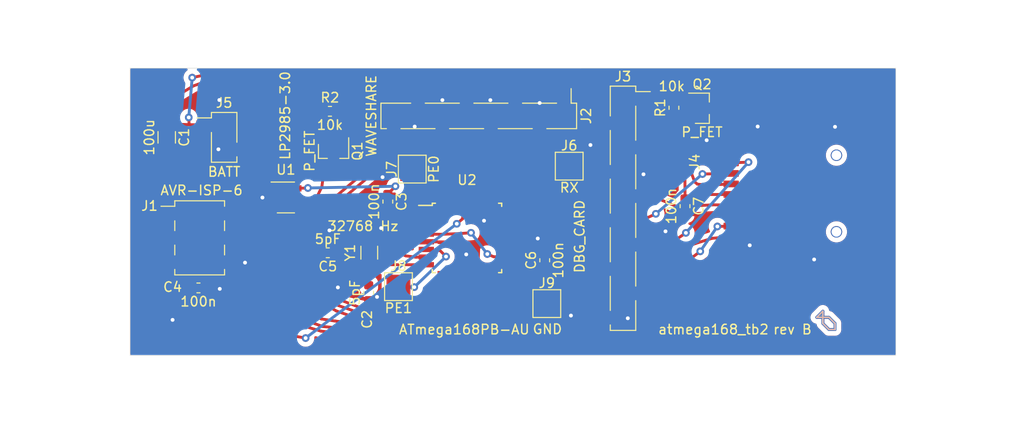
<source format=kicad_pcb>
(kicad_pcb (version 20221018) (generator pcbnew)
  (layers (0 "F.Cu" signal) (31 "B.Cu" signal) (34 "B.Paste" user) (35 "F.Paste" user) (36 "B.SilkS" user "B.Silkscreen") (37 "F.SilkS" user "F.Silkscreen") (38 "B.Mask" user) (39 "F.Mask" user) (44 "Edge.Cuts" user))
  (net 0 "")
  (net 1 "+BATT")
  (net 2 "GND")
  (net 3 "Net-(C2-Pad1)")
  (net 4 "RST")
  (net 5 "Net-(C5-Pad1)")
  (net 6 "CARD_VDD")
  (net 7 "MISO")
  (net 8 "+5V")
  (net 9 "SCK")
  (net 10 "MOSI")
  (net 11 "Net-(U1-Pad4)")
  (net 12 "PCS")
  (net 13 "PCLK")
  (net 14 "PDI")
  (net 15 "PPWRCTRL")
  (net 16 "Net-(U2-Pad12)")
  (net 17 "Net-(U2-Pad13)")
  (net 18 "CARD_DET")
  (net 19 "Net-(U2-Pad20)")
  (net 20 "CARDPWR")
  (net 21 "CARDDAT0_DO")
  (net 22 "CARDDAT1")
  (net 23 "D2")
  (net 24 "D3CS")
  (net 25 "CARDCLK")
  (net 26 "CMDDI")
  (net 27 "P_BUSY")
  (net 28 "PRST")
  (net 29 "PDC")
  (net 30 "PPWR")
  (net 31 "RX")
  (net 32 "PE0")
  (net 33 "PE1")
  (footprint "Capacitor_SMD:C_0603_1608Metric" (layer "F.Cu") (at 53.7725 45.56)
    (fp_text reference "C4")
    (fp_text value "100n")
  )
  (footprint "Capacitor_SMD:C_1206_3216Metric" (layer "F.Cu") (at 50.46 29.83 -90)
    (fp_text reference "C1")
    (fp_text value "100u")
  )
  (footprint "Capacitor_SMD:C_0603_1608Metric" (layer "F.Cu") (at 71.56 46.07 -90)
    (fp_text reference "C2")
    (fp_text value "5pF")
  )
  (footprint "Capacitor_SMD:C_0603_1608Metric" (layer "F.Cu") (at 73.56 36.5425 -90)
    (fp_text reference "C3")
    (fp_text value "100n")
  )
  (footprint "Capacitor_SMD:C_0603_1608Metric" (layer "F.Cu") (at 67.2875 41.89 180)
    (fp_text reference "C5")
    (fp_text value "5pF")
  )
  (footprint "Capacitor_SMD:C_0603_1608Metric" (layer "F.Cu") (at 89.95 42.67 90)
    (fp_text reference "C6")
    (fp_text value "100n")
  )
  (footprint "Capacitor_SMD:C_0603_1608Metric" (layer "F.Cu") (at 104.61 37.0175 -90)
    (fp_text reference "C7")
    (fp_text value "100n")
  )
  (footprint "Connector_PinHeader_2.54mm:PinHeader_2x03_P2.54mm_Vertical_SMD" (layer "F.Cu") (at 53.9 40.33)
    (fp_text reference "J1")
    (fp_text value "AVR-ISP-6")
  )
  (footprint "Package_TO_SOT_SMD:SOT-23-5" (layer "F.Cu") (at 62.91 36.11)
    (fp_text reference "U1")
    (fp_text value "LP2985-3.0")
  )
  (footprint "Package_QFP:TQFP-32_7x7mm_P0.8mm" (layer "F.Cu") (at 81.83 40.34)
    (fp_text reference "U2")
    (fp_text value "ATmega168PB-AU")
  )
  (footprint "Crystal:Crystal_SMD_3215-2Pin_3.2x1.5mm" (layer "F.Cu") (at 71.62 41.88 90)
    (fp_text reference "Y1")
    (fp_text value "32768 Hz")
  )
  (footprint "Connector_PinHeader_2.54mm:PinHeader_1x08_P2.54mm_Vertical_SMD_Pin1Left" (layer "F.Cu") (at 83.06 27.59 -90)
    (fp_text reference "J2")
    (fp_text value "WAVESHARE")
  )
  (footprint "Connector_PinHeader_2.54mm:PinHeader_1x10_P2.54mm_Vertical_SMD_Pin1Right" (layer "F.Cu") (at 98.13 37.24)
    (fp_text reference "J3")
    (fp_text value "DBG_CARD")
  )
  (footprint "Package_TO_SOT_SMD:SOT-23" (layer "F.Cu") (at 106.39 26.79)
    (fp_text reference "Q2")
    (fp_text value "P_FET")
  )
  (footprint "Resistor_SMD:R_0603_1608Metric" (layer "F.Cu") (at 103.45 26.74 90)
    (fp_text reference "R1")
    (fp_text value "10k")
  )
  (footprint "Resistor_SMD:R_0603_1608Metric" (layer "F.Cu") (at 67.5125 27.11)
    (fp_text reference "R2")
    (fp_text value "10k")
  )
  (footprint "MicroSD-HYC77-TF09-200:MicroSD-HYC77-TF09-200" (layer "F.Cu") (at 120.43 41.9 90)
    (fp_text reference "J4")
    (fp_text value "Micro_SD_Card_Det")
  )
  (footprint "Package_TO_SOT_SMD:SOT-23" (layer "F.Cu") (at 67.89 31.27 -90)
    (fp_text reference "Q1")
    (fp_text value "P_FET")
  )
  (footprint "Connector_PinHeader_2.54mm:PinHeader_1x02_P2.54mm_Vertical_SMD_Pin1Left" (layer "F.Cu") (at 56.46 29.83)
    (fp_text reference "J5")
    (fp_text value "BATT")
  )
  (footprint "TestPoint:TestPoint_Pad_2.5x2.5mm" (layer "F.Cu") (at 76.11 33.15 90)
    (fp_text reference "J7")
    (fp_text value "PE0")
  )
  (footprint "TestPoint:TestPoint_Pad_2.5x2.5mm" (layer "F.Cu") (at 74.67 45.43)
    (fp_text reference "J8")
    (fp_text value "PE1")
  )
  (footprint "TestPoint:TestPoint_Pad_2.5x2.5mm" (layer "F.Cu") (at 90.17 47.2)
    (fp_text reference "J9")
    (fp_text value "GND")
  )
  (footprint "TestPoint:TestPoint_Pad_2.5x2.5mm" (layer "F.Cu") (at 92.51 32.84)
    (fp_text reference "J6")
    (fp_text value "RX")
  )
  (gr_line (start 119.645 48.635) (end 118.375 48.635) (stroke (width 0.12)) (layer "B.SilkS"))
  (gr_line (start 119.01 49.27) (end 119.645 49.905) (stroke (width 0.12)) (layer "B.SilkS"))
  (gr_line (start 118.375 48.635) (end 119.01 48) (stroke (width 0.12)) (layer "B.SilkS"))
  (gr_line (start 119.01 48) (end 119.01 49.27) (stroke (width 0.12)) (layer "B.SilkS"))
  (gr_line (start 119.645 49.905) (end 120.28 49.905) (stroke (width 0.12)) (layer "B.SilkS"))
  (gr_line (start 120.28 49.905) (end 120.28 49.27) (stroke (width 0.12)) (layer "B.SilkS"))
  (gr_line (start 120.28 49.27) (end 119.645 48.635) (stroke (width 0.12)) (layer "B.SilkS"))
  (gr_line (start 119.645 48.635) (end 118.375 48.635) (stroke (width 0.12)) (layer "F.SilkS"))
  (gr_line (start 120.28 49.905) (end 120.28 49.27) (stroke (width 0.12)) (layer "F.SilkS"))
  (gr_line (start 119.01 49.27) (end 119.645 49.905) (stroke (width 0.12)) (layer "F.SilkS"))
  (gr_line (start 118.375 48.635) (end 119.01 48) (stroke (width 0.12)) (layer "F.SilkS"))
  (gr_line (start 119.645 49.905) (end 120.28 49.905) (stroke (width 0.12)) (layer "F.SilkS"))
  (gr_line (start 120.28 49.27) (end 119.645 48.635) (stroke (width 0.12)) (layer "F.SilkS"))
  (gr_line (start 119.01 48) (end 119.01 49.27) (stroke (width 0.12)) (layer "F.SilkS"))
  (gr_line (start 126.63 22.6) (end 46.63 22.6) (stroke (width 0.05)) (layer "Edge.Cuts"))
  (gr_line (start 46.63 52.6) (end 126.63 52.6) (stroke (width 0.05)) (layer "Edge.Cuts"))
  (gr_line (start 126.63 52.6) (end 126.63 22.6) (stroke (width 0.05)) (layer "Edge.Cuts"))
  (gr_line (start 46.63 22.6) (end 46.63 52.6) (stroke (width 0.05)) (layer "Edge.Cuts"))
  (gr_text "rev B" (at 115.835 49.905) (layer "F.SilkS") (effects (font (size 1 1))))
  (gr_text "atmega168_tb2" (at 107.58 49.905) (layer "F.SilkS") (effects (font (size 1 1))))
  (segment (start 119.645 49.905) (end 119.01 49.27) (width 0.3) (layer "F.Cu") (net 0))
  (segment (start 119.645 48.635) (end 120.28 49.27) (width 0.3) (layer "F.Cu") (net 0))
  (segment (start 119.01 48) (end 118.375 48.635) (width 0.3) (layer "F.Cu") (net 0))
  (segment (start 120.28 49.27) (end 120.28 49.905) (width 0.3) (layer "F.Cu") (net 0))
  (segment (start 119.01 49.27) (end 119.01 48) (width 0.3) (layer "F.Cu") (net 0))
  (segment (start 120.28 49.905) (end 119.645 49.905) (width 0.3) (layer "F.Cu") (net 0))
  (segment (start 118.375 48.635) (end 119.645 48.635) (width 0.3) (layer "F.Cu") (net 0))
  (segment (start 119.01 49.27) (end 119.645 49.905) (width 0.3) (layer "B.Cu") (net 0))
  (segment (start 119.01 48) (end 119.01 49.27) (width 0.3) (layer "B.Cu") (net 0))
  (segment (start 120.28 49.27) (end 119.645 48.635) (width 0.3) (layer "B.Cu") (net 0))
  (segment (start 120.28 49.905) (end 120.28 49.27) (width 0.3) (layer "B.Cu") (net 0))
  (segment (start 119.645 48.635) (end 118.375 48.635) (width 0.3) (layer "B.Cu") (net 0))
  (segment (start 118.375 48.635) (end 119.01 48) (width 0.3) (layer "B.Cu") (net 0))
  (segment (start 119.645 49.905) (end 120.28 49.905) (width 0.3) (layer "B.Cu") (net 0))
  (segment (start 65.59 30.48) (end 65.03 31.07) (width 0.3) (layer "F.Cu") (net 1))
  (segment (start 95.44 25.74) (end 94.92 25.18) (width 0.3) (layer "F.Cu") (net 1))
  (segment (start 87.33 42.31) (end 87.88 42.37) (width 0.3) (layer "F.Cu") (net 1))
  (segment (start 54.94 23.2) (end 53.12 23.59) (width 0.3) (layer "F.Cu") (net 1))
  (segment (start 101.95 26.88) (end 102.85 27.53) (width 0.3) (layer "F.Cu") (net 1))
  (segment (start 52.76 27.75) (end 52.799988 28.500012) (width 0.3) (layer "F.Cu") (net 1))
  (segment (start 63.77 30.44) (end 65.03 31.07) (width 0.3) (layer "F.Cu") (net 1))
  (segment (start 92.64 23.16) (end 55.8 23.03) (width 0.3) (layer "F.Cu") (net 1))
  (segment (start 64.18 33.32) (end 64.06 34.4) (width 0.3) (layer "F.Cu") (net 1))
  (segment (start 64.25 32.92) (end 64.18 33.32) (width 0.3) (layer "F.Cu") (net 1))
  (segment (start 73.56 35.755) (end 74.26 35.75) (width 0.3) (layer "F.Cu") (net 1))
  (segment (start 99.785 25.81) (end 96.89 25.8) (width 0.3) (layer "F.Cu") (net 1))
  (segment (start 58.54 28.67) (end 60.36 28.88) (width 0.3) (layer "F.Cu") (net 1))
  (segment (start 89.36 43.53) (end 89.95 43.4575) (width 0.3) (layer "F.Cu") (net 1))
  (segment (start 64.06 34.4) (end 64.01 35.16) (width 0.3) (layer "F.Cu") (net 1))
  (segment (start 87.88 42.37) (end 88.34 42.69) (width 0.3) (layer "F.Cu") (net 1))
  (segment (start 93.96 24.12) (end 93.43 23.43) (width 0.3) (layer "F.Cu") (net 1))
  (segment (start 88.78 43.09) (end 89.08 43.41) (width 0.3) (layer "F.Cu") (net 1))
  (segment (start 77.58 39.94) (end 79.19 39.96) (width 0.3) (layer "F.Cu") (net 1))
  (segment (start 83.95 42.02) (end 84.6 42.3) (width 0.3) (layer "F.Cu") (net 1))
  (segment (start 61.64 29.39) (end 63.77 30.44) (width 0.3) (layer "F.Cu") (net 1))
  (segment (start 50.46 28.43) (end 52.799988 28.500012) (width 0.3) (layer "F.Cu") (net 1))
  (segment (start 79.19 39.96) (end 81.11 39.88) (width 0.3) (layer "F.Cu") (net 1))
  (segment (start 89.08 43.41) (end 89.36 43.53) (width 0.3) (layer "F.Cu") (net 1))
  (segment (start 94.92 25.18) (end 93.96 24.12) (width 0.3) (layer "F.Cu") (net 1))
  (segment (start 74.26 35.75) (end 74.63 36.12) (width 0.3) (layer "F.Cu") (net 1))
  (segment (start 96.89 25.8) (end 95.44 25.74) (width 0.3) (layer "F.Cu") (net 1))
  (segment (start 102.85 27.53) (end 103.45 27.5275) (width 0.3) (layer "F.Cu") (net 1))
  (segment (start 101 26.2) (end 101.95 26.88) (width 0.3) (layer "F.Cu") (net 1))
  (segment (start 54.805 28.56) (end 58.54 28.67) (width 0.3) (layer "F.Cu") (net 1))
  (segment (start 55.8 23.03) (end 54.94 23.2) (width 0.3) (layer "F.Cu") (net 1))
  (segment (start 74.59 36.93) (end 74.65 38.92) (width 0.3) (layer "F.Cu") (net 1))
  (segment (start 81.11 39.88) (end 82.25 39.8) (width 0.3) (layer "F.Cu") (net 1))
  (segment (start 75.76 39.85) (end 77.58 39.94) (width 0.3) (layer "F.Cu") (net 1))
  (segment (start 88.34 42.69) (end 88.78 43.09) (width 0.3) (layer "F.Cu") (net 1))
  (segment (start 60.36 28.88) (end 61.64 29.39) (width 0.3) (layer "F.Cu") (net 1))
  (segment (start 65.21 35.12) (end 64.01 35.16) (width 0.3) (layer "F.Cu") (net 1))
  (segment (start 52.799988 28.500012) (end 54.805 28.56) (width 0.3) (layer "F.Cu") (net 1))
  (segment (start 66.12 30.28) (end 65.59 30.48) (width 0.3) (layer "F.Cu") (net 1))
  (segment (start 65.03 31.07) (end 64.68 31.87) (width 0.3) (layer "F.Cu") (net 1))
  (segment (start 93.43 23.43) (end 92.64 23.16) (width 0.3) (layer "F.Cu") (net 1))
  (segment (start 64.68 31.87) (end 64.25 32.92) (width 0.3) (layer "F.Cu") (net 1))
  (segment (start 84.6 42.3) (end 86.08 42.34) (width 0.3) (layer "F.Cu") (net 1))
  (segment (start 103.45 27.5275) (end 105.39 27.74) (width 0.3) (layer "F.Cu") (net 1))
  (segment (start 75.2 39.61) (end 75.76 39.85) (width 0.3) (layer "F.Cu") (net 1))
  (segment (start 74.63 36.12) (end 74.59 36.93) (width 0.3) (layer "F.Cu") (net 1))
  (segment (start 66.94 30.27) (end 66.12 30.28) (width 0.3) (layer "F.Cu") (net 1))
  (segment (start 73.56 35.755) (end 74.35 34.94) (width 0.3) (layer "F.Cu") (net 1))
  (segment (start 74.65 38.92) (end 75.2 39.61) (width 0.3) (layer "F.Cu") (net 1))
  (segment (start 86.08 42.34) (end 87.33 42.31) (width 0.3) (layer "F.Cu") (net 1))
  (segment (start 99.785 25.81) (end 101 26.2) (width 0.3) (layer "F.Cu") (net 1))
  (segment (start 66.94 30.27) (end 66.725 27.11) (width 0.3) (layer "F.Cu") (net 1))
  (via (at 82.25 39.8) (size 0.8) (drill 0.4) (layers "F.Cu" "B.Cu") (net 1))
  (via (at 53.12 23.59) (size 0.8) (drill 0.4) (layers "F.Cu" "B.Cu") (net 1))
  (via (at 65.21 35.12) (size 0.8) (drill 0.4) (layers "F.Cu" "B.Cu") (net 1))
  (via (at 74.35 34.94) (size 0.8) (drill 0.4) (layers "F.Cu" "B.Cu") (net 1))
  (via (at 83.95 42.02) (size 0.8) (drill 0.4) (layers "F.Cu" "B.Cu") (net 1))
  (via (at 52.76 27.75) (size 0.8) (drill 0.4) (layers "F.Cu" "B.Cu") (net 1))
  (segment (start 82.25 39.8) (end 83.95 42.02) (width 0.3) (layer "B.Cu") (net 1))
  (segment (start 53.12 23.59) (end 52.76 27.75) (width 0.3) (layer "B.Cu") (net 1))
  (segment (start 74.35 34.94) (end 65.21 35.12) (width 0.3) (layer "B.Cu") (net 1))
  (segment (start 73.41221 39.86779) (end 72.86 39.31) (width 0.3) (layer "F.Cu") (net 2))
  (segment (start 86.08 39.94) (end 87.14 39.93) (width 0.3) (layer "F.Cu") (net 2))
  (segment (start 76.5 28.41) (end 76.64 27.35) (width 0.3) (layer "F.Cu") (net 2))
  (segment (start 89.22226 40.39774) (end 89.59 40.62) (width 0.3) (layer "F.Cu") (net 2))
  (segment (start 55.63 36.11) (end 55.29 36.16) (width 0.3) (layer "F.Cu") (net 2))
  (segment (start 120.03 27) (end 120.28 28.73) (width 0.3) (layer "F.Cu") (net 2))
  (segment (start 72 39.57) (end 69.93 39.69) (width 0.3) (layer "F.Cu") (net 2))
  (segment (start 54.89 36.41) (end 54.59 36.87) (width 0.3) (layer "F.Cu") (net 2))
  (segment (start 67.46 39.55) (end 67.9535 40.1665) (width 0.3) (layer "F.Cu") (net 2))
  (segment (start 73.41221 39.86779) (end 73.06 39.71) (width 0.3) (layer "F.Cu") (net 2))
  (segment (start 50.48 31.51) (end 54.89 36.41) (width 0.3) (layer "F.Cu") (net 2))
  (segment (start 58.066107 36.063893) (end 61.81 36.11) (width 0.3) (layer "F.Cu") (net 2))
  (segment (start 110.43 42.5) (end 112.3 42.5) (width 0.3) (layer "F.Cu") (net 2))
  (segment (start 83.43 40.24) (end 83.25 40.58) (width 0.3) (layer "F.Cu") (net 2))
  (segment (start 110.95 37.98) (end 111.5 38.25) (width 0.3) (layer "F.Cu") (net 2))
  (segment (start 54.75 42.47) (end 56.425 42.87) (width 0.3) (layer "F.Cu") (net 2))
  (segment (start 57.75 36.06) (end 58.066107 36.063893) (width 0.3) (layer "F.Cu") (net 2))
  (segment (start 54.59 36.87) (end 54.499999 37.21) (width 0.3) (layer "F.Cu") (net 2))
  (segment (start 72.09 36.16) (end 72.19 35.56) (width 0.3) (layer "F.Cu") (net 2))
  (segment (start 68.72 46.21) (end 71.56 46.8575) (width 0.3) (layer "F.Cu") (net 2))
  (segment (start 58.115 31.1) (end 58.066107 36.063893) (width 0.3) (layer "F.Cu") (net 2))
  (segment (start 90.17 47.2) (end 92.67 47.26) (width 0.3) (layer "F.Cu") (net 2))
  (segment (start 73.56 37.33) (end 72.58 37.28) (width 0.3) (layer "F.Cu") (net 2))
  (segment (start 54.45 37.69) (end 54.45 41.51) (width 0.3) (layer "F.Cu") (net 2))
  (segment (start 104.61 37.805) (end 102.57 39.65) (width 0.3) (layer "F.Cu") (net 2))
  (segment (start 110.43 42.5) (end 111.37 41.11) (width 0.3) (layer "F.Cu") (net 2))
  (segment (start 73.56 37.33) (end 73.41221 39.86779) (width 0.3) (layer "F.Cu") (net 2))
  (segment (start 72.58 37.28) (end 72.24 36.89) (width 0.3) (layer "F.Cu") (net 2))
  (segment (start 77.58 40.74) (end 75.56 40.83) (width 0.3) (layer "F.Cu") (net 2))
  (segment (start 72.19 35.56) (end 72.99 33.99) (width 0.3) (layer "F.Cu") (net 2))
  (segment (start 66.42 43.45) (end 67.05 44.61) (width 0.3) (layer "F.Cu") (net 2))
  (segment (start 87.96 39.93) (end 88.68 40.07) (width 0.3) (layer "F.Cu") (net 2))
  (segment (start 98.63 48.73) (end 96.475 48.67) (width 0.3) (layer "F.Cu") (net 2))
  (segment (start 55.29 36.16) (end 54.89 36.41) (width 0.3) (layer "F.Cu") (net 2))
  (segment (start 66.5 41.89) (end 66.91 40.77) (width 0.3) (layer "F.Cu") (net 2))
  (segment (start 109.43 38) (end 107.64 37.94) (width 0.3) (layer "F.Cu") (net 2))
  (segment (start 112.19 42.17) (end 112.3 42.5) (width 0.3) (layer "F.Cu") (net 2))
  (segment (start 76.365069 28.705069) (end 76.5 28.41) (width 0.3) (layer "F.Cu") (net 2))
  (segment (start 56.425 42.87) (end 58.64 42.92) (width 0.3) (layer "F.Cu") (net 2))
  (segment (start 58.115 31.1) (end 55.86 31.08) (width 0.3) (layer "F.Cu") (net 2))
  (segment (start 55.63 36.11) (end 57.75 36.06) (width 0.3) (layer "F.Cu") (net 2))
  (segment (start 112.21 41.01) (end 112.19 42.17) (width 0.3) (layer "F.Cu") (net 2))
  (segment (start 117.06 40.53) (end 116.31 37.56) (width 0.3) (layer "F.Cu") (net 2))
  (segment (start 86.08 39.94) (end 84.14 39.99) (width 0.3) (layer "F.Cu") (net 2))
  (segment (start 94.728707 30.631293) (end 99.51 28.78) (width 0.3) (layer "F.Cu") (net 2))
  (segment (start 117.46 29.38) (end 120.03 27) (width 0.3) (layer "F.Cu") (net 2))
  (segment (start 111.99 39.36) (end 112.21 41.01) (width 0.3) (layer "F.Cu") (net 2))
  (segment (start 116.31 37.56) (end 116.57 33.96) (width 0.3) (layer "F.Cu") (net 2))
  (segment (start 54.45 41.51) (end 54.51 42.08) (width 0.3) (layer "F.Cu") (net 2))
  (segment (start 50.46 31.23) (end 50.48 31.51) (width 0.3) (layer "F.Cu") (net 2))
  (segment (start 69.93 39.69) (end 67.9535 40.1665) (width 0.3) (layer "F.Cu") (net 2))
  (segment (start 94.18 48.71) (end 96.475 48.67) (width 0.3) (layer "F.Cu") (net 2))
  (segment (start 92.69 48.45) (end 94.18 48.71) (width 0.3) (layer "F.Cu") (net 2))
  (segment (start 109.43 38) (end 110.95 37.98) (width 0.3) (layer "F.Cu") (net 2))
  (segment (start 54.51 42.08) (end 54.75 42.47) (width 0.3) (layer "F.Cu") (net 2))
  (segment (start 116.57 33.96) (end 117.46 29.38) (width 0.3) (layer "F.Cu") (net 2))
  (segment (start 107.64 37.94) (end 106.3 37.96) (width 0.3) (layer "F.Cu") (net 2))
  (segment (start 58.066107 36.063893) (end 60.46 36.12) (width 0.3) (layer "F.Cu") (net 2))
  (segment (start 92.67 47.26) (end 92.69 48.45) (width 0.3) (layer "F.Cu") (net 2))
  (segment (start 67.05 44.61) (end 68.72 46.21) (width 0.3) (layer "F.Cu") (net 2))
  (segment (start 120.03 27) (end 110.43 27.9) (width 0.3) (layer "F.Cu") (net 2))
  (segment (start 120.03 42.5) (end 118.1 42.59) (width 0.3) (layer "F.Cu") (net 2))
  (segment (start 89.59 40.62) (end 89.81 40.93) (width 0.3) (layer "F.Cu") (net 2))
  (segment (start 88.68 40.07) (end 89.22226 40.39774) (width 0.3) (layer "F.Cu") (net 2))
  (segment (start 77.58 40.74) (end 81.95 40.77) (width 0.3) (layer "F.Cu") (net 2))
  (segment (start 89.81 40.93) (end 89.95 41.8825) (width 0.3) (layer "F.Cu") (net 2))
  (segment (start 66.5 41.89) (end 66.42 43.45) (width 0.3) (layer "F.Cu") (net 2))
  (segment (start 84.14 39.99) (end 83.43 40.24) (width 0.3) (layer "F.Cu") (net 2))
  (segment (start 106.3 37.96) (end 104.61 37.805) (width 0.3) (layer "F.Cu") (net 2))
  (segment (start 66.91 40.77) (end 67.416066 40.296066) (width 0.3) (layer "F.Cu") (net 2))
  (segment (start 76.64 27.35) (end 76.71 25.935) (width 0.3) (layer "F.Cu") (net 2))
  (segment (start 83.25 40.58) (end 81.75 42.06) (width 0.3) (layer "F.Cu") (net 2))
  (segment (start 71.56 46.8575) (end 68.34 45.51) (width 0.3) (layer "F.Cu") (net 2))
  (segment (start 71.56 46.8575) (end 72.43 46.5) (width 0.3) (layer "F.Cu") (net 2))
  (segment (start 73.06 39.71) (end 72 39.57) (width 0.3) (layer "F.Cu") (net 2))
  (segment (start 75.56 40.83) (end 73.41221 39.86779) (width 0.3) (layer "F.Cu") (net 2))
  (segment (start 82.65 40.7) (end 83.25 40.58) (width 0.3) (layer "F.Cu") (net 2))
  (segment (start 87.14 39.93) (end 87.96 39.93) (width 0.3) (layer "F.Cu") (net 2))
  (segment (start 67.9535 40.1665) (end 67.416066 40.296066) (width 0.3) (layer "F.Cu") (net 2))
  (segment (start 83.06 41.29) (end 83.01 42.48) (width 0.3) (layer "F.Cu") (net 2))
  (segment (start 54.499999 37.21) (end 54.45 37.69) (width 0.3) (layer "F.Cu") (net 2))
  (segment (start 83.01 42.48) (end 83.03 44.59) (width 0.3) (layer "F.Cu") (net 2))
  (segment (start 72.99 33.99) (end 73.01 33.99) (width 0.3) (layer "F.Cu") (net 2))
  (segment (start 83.25 40.58) (end 83.06 41.29) (width 0.3) (layer "F.Cu") (net 2))
  (segment (start 56 45.66) (end 54.56 45.56) (width 0.3) (layer "F.Cu") (net 2))
  (segment (start 72.24 36.89) (end 72.09 36.16) (width 0.3) (layer "F.Cu") (net 2))
  (segment (start 111.5 38.25) (end 111.99 39.36) (width 0.3) (layer "F.Cu") (net 2))
  (segment (start 110.43 27.9) (end 112.2 28.7) (width 0.3) (layer "F.Cu") (net 2))
  (segment (start 81.95 40.77) (end 82.65 40.7) (width 0.3) (layer "F.Cu") (net 2))
  (segment (start 120.03 42.5) (end 117.06 40.53) (width 0.3) (layer "F.Cu") (net 2))
  (via (at 106.87 30.13) (size 0.8) (drill 0.4) (layers "F.Cu" "B.Cu") (net 2))
  (via (at 100.27 33.69) (size 0.8) (drill 0.4) (layers "F.Cu" "B.Cu") (net 2))
  (via (at 89.22226 40.39774) (size 0.8) (drill 0.4) (layers "F.Cu" "B.Cu") (net 2))
  (via (at 72.43 46.5) (size 0.8) (drill 0.4) (layers "F.Cu" "B.Cu") (net 2))
  (via (at 89.42 26.24) (size 0.8) (drill 0.4) (layers "F.Cu" "B.Cu") (net 2))
  (via (at 112.2 28.7) (size 0.8) (drill 0.4) (layers "F.Cu" "B.Cu") (net 2))
  (via (at 81.75 42.06) (size 0.8) (drill 0.4) (layers "F.Cu" "B.Cu") (net 2))
  (via (at 73.01 33.99) (size 0.8) (drill 0.4) (layers "F.Cu" "B.Cu") (net 2))
  (via (at 76.365069 28.705069) (size 0.8) (drill 0.4) (layers "F.Cu" "B.Cu") (net 2))
  (via (at 72.86 39.31) (size 0.8) (drill 0.4) (layers "F.Cu" "B.Cu") (net 2))
  (via (at 83.61 38.54) (size 0.8) (drill 0.4) (layers "F.Cu" "B.Cu") (net 2))
  (via (at 58.64 42.92) (size 0.8) (drill 0.4) (layers "F.Cu" "B.Cu") (net 2))
  (via (at 60.46 36.12) (size 0.8) (drill 0.4) (layers "F.Cu" "B.Cu") (net 2))
  (via (at 118.1 42.59) (size 0.8) (drill 0.4) (layers "F.Cu" "B.Cu") (net 2))
  (via (at 102.57 39.65) (size 0.8) (drill 0.4) (layers "F.Cu" "B.Cu") (net 2))
  (via (at 84.27 25.94) (size 0.8) (drill 0.4) (layers "F.Cu" "B.Cu") (net 2))
  (via (at 51.07 48.9) (size 0.8) (drill 0.4) (layers "F.Cu" "B.Cu") (net 2))
  (via (at 92.69 48.45) (size 0.8) (drill 0.4) (layers "F.Cu" "B.Cu") (net 2))
  (via (at 79.26 25.94) (size 0.8) (drill 0.4) (layers "F.Cu" "B.Cu") (net 2))
  (via (at 67.46 39.55) (size 0.8) (drill 0.4) (layers "F.Cu" "B.Cu") (net 2))
  (via (at 94.728707 30.631293) (size 0.8) (drill 0.4) (layers "F.Cu" "B.Cu") (net 2))
  (via (at 111.37 41.11) (size 0.8) (drill 0.4) (layers "F.Cu" "B.Cu") (net 2))
  (via (at 98.63 48.73) (size 0.8) (drill 0.4) (layers "F.Cu" "B.Cu") (net 2))
  (via (at 55.86 31.08) (size 0.8) (drill 0.4) (layers "F.Cu" "B.Cu") (net 2))
  (via (at 120.28 28.73) (size 0.8) (drill 0.4) (layers "F.Cu" "B.Cu") (net 2))
  (via (at 56 45.66) (size 0.8) (drill 0.4) (layers "F.Cu" "B.Cu") (net 2))
  (via (at 68.34 45.51) (size 0.8) (drill 0.4) (layers "F.Cu" "B.Cu") (net 2))
  (via (at 55.96 25.93) (size 0.8) (drill 0.4) (layers "F.Cu" "B.Cu") (net 2))
  (segment (start 76.365069 28.705069) (end 94.728707 30.631293) (width 0.3) (layer "B.Cu") (net 2))
  (segment (start 55.86 31.08) (end 55.96 25.93) (width 0.3) (layer "B.Cu") (net 2))
  (segment (start 118.1 42.59) (end 111.37 41.11) (width 0.3) (layer "B.Cu") (net 2))
  (segment (start 106.87 30.13) (end 100.27 33.69) (width 0.3) (layer "B.Cu") (net 2))
  (segment (start 84.27 25.94) (end 79.26 25.94) (width 0.3) (layer "B.Cu") (net 2))
  (segment (start 89.22226 40.39774) (end 83.61 38.54) (width 0.3) (layer "B.Cu") (net 2))
  (segment (start 92.69 48.45) (end 89.22226 40.39774) (width 0.3) (layer "B.Cu") (net 2))
  (segment (start 58.64 42.92) (end 56 45.66) (width 0.3) (layer "B.Cu") (net 2))
  (segment (start 94.728707 30.631293) (end 89.42 26.24) (width 0.3) (layer "B.Cu") (net 2))
  (segment (start 102.57 39.65) (end 98.63 48.73) (width 0.3) (layer "B.Cu") (net 2))
  (segment (start 89.42 26.24) (end 84.27 25.94) (width 0.3) (layer "B.Cu") (net 2))
  (segment (start 94.728707 30.631293) (end 106.87 30.13) (width 0.3) (layer "B.Cu") (net 2))
  (segment (start 56 45.66) (end 51.07 48.9) (width 0.3) (layer "B.Cu") (net 2))
  (segment (start 73.01 33.99) (end 76.365069 28.705069) (width 0.3) (layer "B.Cu") (net 2))
  (segment (start 60.46 36.12) (end 67.46 39.55) (width 0.3) (layer "B.Cu") (net 2))
  (segment (start 71.56 45.2825) (end 71.62 43.13) (width 0.3) (layer "F.Cu") (net 3))
  (segment (start 77.58 43.14) (end 71.62 43.13) (width 0.3) (layer "F.Cu") (net 3))
  (segment (start 51.39 43.87) (end 51.41 44.48) (width 0.3) (layer "F.Cu") (net 4))
  (segment (start 52.18 45.4) (end 52.985 45.56) (width 0.3) (layer "F.Cu") (net 4))
  (segment (start 53.72 47.17) (end 53.13 46.58) (width 0.3) (layer "F.Cu") (net 4))
  (segment (start 81.52 37.24) (end 81.36 38.35) (width 0.3) (layer "F.Cu") (net 4))
  (segment (start 51.57 44.82) (end 51.9 45.25) (width 0.3) (layer "F.Cu") (net 4))
  (segment (start 51.41 44.48) (end 51.57 44.82) (width 0.3) (layer "F.Cu") (net 4))
  (segment (start 51.375 42.87) (end 51.39 43.87) (width 0.3) (layer "F.Cu") (net 4))
  (segment (start 51.9 45.25) (end 52.18 45.4) (width 0.3) (layer "F.Cu") (net 4))
  (segment (start 81.36 38.35) (end 80.76 38.86) (width 0.3) (layer "F.Cu") (net 4))
  (segment (start 64.97 50.8) (end 60.19 49.97) (width 0.3) (layer "F.Cu") (net 4))
  (segment (start 81.43 36.09) (end 81.52 37.24) (width 0.3) (layer "F.Cu") (net 4))
  (segment (start 53.06 46.25) (end 52.985 45.56) (width 0.3) (layer "F.Cu") (net 4))
  (segment (start 54.78 48.03) (end 53.72 47.17) (width 0.3) (layer "F.Cu") (net 4))
  (segment (start 57.09 49.08) (end 54.78 48.03) (width 0.3) (layer "F.Cu") (net 4))
  (segment (start 53.13 46.58) (end 53.06 46.25) (width 0.3) (layer "F.Cu") (net 4))
  (segment (start 60.19 49.97) (end 57.09 49.08) (width 0.3) (layer "F.Cu") (net 4))
  (via (at 64.97 50.8) (size 0.8) (drill 0.4) (layers "F.Cu" "B.Cu") (net 4))
  (via (at 80.76 38.86) (size 0.8) (drill 0.4) (layers "F.Cu" "B.Cu") (net 4))
  (segment (start 80.76 38.86) (end 64.97 50.8) (width 0.3) (layer "B.Cu") (net 4))
  (segment (start 75.43 42.21) (end 76.49 42.35) (width 0.3) (layer "F.Cu") (net 5))
  (segment (start 73.29 40.69) (end 73.6 40.94) (width 0.3) (layer "F.Cu") (net 5))
  (segment (start 73.6 40.94) (end 74.14 41.39) (width 0.3) (layer "F.Cu") (net 5))
  (segment (start 69.89 41.85) (end 70.73 41.89) (width 0.3) (layer "F.Cu") (net 5))
  (segment (start 70.73 41.89) (end 71.11 41.72) (width 0.3) (layer "F.Cu") (net 5))
  (segment (start 74.14 41.39) (end 74.7 41.91) (width 0.3) (layer "F.Cu") (net 5))
  (segment (start 76.49 42.35) (end 77.58 42.34) (width 0.3) (layer "F.Cu") (net 5))
  (segment (start 71.46 41.3) (end 71.62 40.63) (width 0.3) (layer "F.Cu") (net 5))
  (segment (start 71.4 41.48) (end 71.46 41.3) (width 0.3) (layer "F.Cu") (net 5))
  (segment (start 74.7 41.91) (end 75.43 42.21) (width 0.3) (layer "F.Cu") (net 5))
  (segment (start 68.075 41.89) (end 69.1 41.85) (width 0.3) (layer "F.Cu") (net 5))
  (segment (start 69.1 41.85) (end 69.89 41.85) (width 0.3) (layer "F.Cu") (net 5))
  (segment (start 71.62 40.63) (end 72.82 40.65) (width 0.3) (layer "F.Cu") (net 5))
  (segment (start 71.11 41.72) (end 71.4 41.48) (width 0.3) (layer "F.Cu") (net 5))
  (segment (start 72.82 40.65) (end 73.29 40.69) (width 0.3) (layer "F.Cu") (net 5))
  (segment (start 101.55 30.91) (end 102.53 30.97) (width 0.3) (layer "F.Cu") (net 6))
  (segment (start 111.79 30.91) (end 112.42 31.49) (width 0.3) (layer "F.Cu") (net 6))
  (segment (start 104.6 34.05) (end 104.61 36.23) (width 0.3) (layer "F.Cu") (net 6))
  (segment (start 102.53 30.97) (end 103.16 31.31) (width 0.3) (layer "F.Cu") (net 6))
  (segment (start 109.43 35.8) (end 107.08 35.8) (width 0.3) (layer "F.Cu") (net 6))
  (segment (start 108.7 28.99) (end 109.52 29.91) (width 0.3) (layer "F.Cu") (net 6))
  (segment (start 105.99 36.06) (end 105.6 36.17) (width 0.3) (layer "F.Cu") (net 6))
  (segment (start 110.94 35.62) (end 109.43 35.8) (width 0.3) (layer "F.Cu") (net 6))
  (segment (start 104.35 32.88) (end 104.6 34.05) (width 0.3) (layer "F.Cu") (net 6))
  (segment (start 112.42 31.49) (end 112.85 33.24) (width 0.3) (layer "F.Cu") (net 6))
  (segment (start 110.77 30.44) (end 111.79 30.91) (width 0.3) (layer "F.Cu") (net 6))
  (segment (start 111.96 34.56) (end 110.94 35.62) (width 0.3) (layer "F.Cu") (net 6))
  (segment (start 103.16 31.31) (end 103.83 32.04) (width 0.3) (layer "F.Cu") (net 6))
  (segment (start 107.08 35.8) (end 106.52 35.86) (width 0.3) (layer "F.Cu") (net 6))
  (segment (start 105.6 36.17) (end 104.61 36.23) (width 0.3) (layer "F.Cu") (net 6))
  (segment (start 107.39 26.79) (end 108.7 28.99) (width 0.3) (layer "F.Cu") (net 6))
  (segment (start 112.85 33.24) (end 111.96 34.56) (width 0.3) (layer "F.Cu") (net 6))
  (segment (start 103.83 32.04) (end 104.35 32.88) (width 0.3) (layer "F.Cu") (net 6))
  (segment (start 106.52 35.86) (end 105.99 36.06) (width 0.3) (layer "F.Cu") (net 6))
  (segment (start 109.52 29.91) (end 110.77 30.44) (width 0.3) (layer "F.Cu") (net 6))
  (segment (start 99.785 30.89) (end 101.55 30.91) (width 0.3) (layer "F.Cu") (net 6))
  (segment (start 84.68 45.92) (end 84.74 47.12) (width 0.3) (layer "F.Cu") (net 7))
  (segment (start 55.35 43.98) (end 58.4 43.97) (width 0.3) (layer "F.Cu") (net 7))
  (segment (start 53.77 38.27) (end 53.9 39.09) (width 0.3) (layer "F.Cu") (net 7))
  (segment (start 82.24 49.9) (end 69.9 49.88) (width 0.3) (layer "F.Cu") (net 7))
  (segment (start 61.62 44.08) (end 62.05 44.35) (width 0.3) (layer "F.Cu") (net 7))
  (segment (start 62.82 45.27) (end 63.23 46.04) (width 0.3) (layer "F.Cu") (net 7))
  (segment (start 60.92 43.92) (end 61.62 44.08) (width 0.3) (layer "F.Cu") (net 7))
  (segment (start 84.71 48.17) (end 84.39 48.73) (width 0.3) (layer "F.Cu") (net 7))
  (segment (start 84.63 44.59) (end 84.68 45.92) (width 0.3) (layer "F.Cu") (net 7))
  (segment (start 83.61 49.49) (end 82.24 49.9) (width 0.3) (layer "F.Cu") (net 7))
  (segment (start 84.74 47.12) (end 84.71 48.17) (width 0.3) (layer "F.Cu") (net 7))
  (segment (start 63.6 47.02) (end 63.84 47.48) (width 0.3) (layer "F.Cu") (net 7))
  (segment (start 69.9 49.88) (end 66.76 49.59) (width 0.3) (layer "F.Cu") (net 7))
  (segment (start 63.84 47.48) (end 64.16 47.99) (width 0.3) (layer "F.Cu") (net 7))
  (segment (start 58.4 43.97) (end 60.92 43.92) (width 0.3) (layer "F.Cu") (net 7))
  (segment (start 53.9 39.09) (end 53.91 41.94) (width 0.3) (layer "F.Cu") (net 7))
  (segment (start 65.28 49.07) (end 64.16 47.99) (width 0.3) (layer "F.Cu") (net 7))
  (segment (start 53.05 37.81) (end 53.45 37.92) (width 0.3) (layer "F.Cu") (net 7))
  (segment (start 66.76 49.59) (end 65.28 49.07) (width 0.3) (layer "F.Cu") (net 7))
  (segment (start 62.05 44.35) (end 62.82 45.27) (width 0.3) (layer "F.Cu") (net 7))
  (segment (start 54.25 43.07) (end 54.47 43.44) (width 0.3) (layer "F.Cu") (net 7))
  (segment (start 54.95 43.91) (end 55.35 43.98) (width 0.3) (layer "F.Cu") (net 7))
  (segment (start 54.01 42.51) (end 54.25 43.07) (width 0.3) (layer "F.Cu") (net 7))
  (segment (start 54.64 43.720001) (end 54.95 43.91) (width 0.3) (layer "F.Cu") (net 7))
  (segment (start 51.375 37.79) (end 53.05 37.81) (width 0.3) (layer "F.Cu") (net 7))
  (segment (start 63.23 46.04) (end 63.6 47.02) (width 0.3) (layer "F.Cu") (net 7))
  (segment (start 53.91 41.94) (end 54.01 42.51) (width 0.3) (layer "F.Cu") (net 7))
  (segment (start 53.45 37.92) (end 53.77 38.27) (width 0.3) (layer "F.Cu") (net 7))
  (segment (start 54.47 43.44) (end 54.64 43.720001) (width 0.3) (layer "F.Cu") (net 7))
  (segment (start 84.39 48.73) (end 83.61 49.49) (width 0.3) (layer "F.Cu") (net 7))
  (segment (start 93.26 24.31) (end 92.9 23.8) (width 0.3) (layer "F.Cu") (net 8))
  (segment (start 62.85 36.84) (end 62.93 35.7) (width 0.3) (layer "F.Cu") (net 8))
  (segment (start 59.73 30) (end 60.77 30.61) (width 0.3) (layer "F.Cu") (net 8))
  (segment (start 61.05 37.14) (end 61.81 37.06) (width 0.3) (layer "F.Cu") (net 8))
  (segment (start 54.875 23.87) (end 53.23 24.46) (width 0.3) (layer "F.Cu") (net 8))
  (segment (start 61.77 32.9) (end 61.81 35.16) (width 0.3) (layer "F.Cu") (net 8))
  (segment (start 49 27.48) (end 48.87 28.31) (width 0.3) (layer "F.Cu") (net 8))
  (segment (start 61.81 37.06) (end 62.55 37.05) (width 0.3) (layer "F.Cu") (net 8))
  (segment (start 60.77 30.61) (end 61.58 31.58) (width 0.3) (layer "F.Cu") (net 8))
  (segment (start 93.73 27.19) (end 93.63 26.2) (width 0.3) (layer "F.Cu") (net 8))
  (segment (start 70.29 23.64) (end 54.875 23.87) (width 0.3) (layer "F.Cu") (net 8))
  (segment (start 96.475 28.35) (end 94.87 28.35) (width 0.3) (layer "F.Cu") (net 8))
  (segment (start 49 28.87) (end 49.39 29.53) (width 0.3) (layer "F.Cu") (net 8))
  (segment (start 52.06 29.91) (end 58.28 29.86) (width 0.3) (layer "F.Cu") (net 8))
  (segment (start 61.58 31.58) (end 61.77 32.9) (width 0.3) (layer "F.Cu") (net 8))
  (segment (start 49.66 29.74) (end 50.98 29.85) (width 0.3) (layer "F.Cu") (net 8))
  (segment (start 62.55 37.05) (end 62.85 36.84) (width 0.3) (layer "F.Cu") (net 8))
  (segment (start 53.23 24.46) (end 49.45 26.76) (width 0.3) (layer "F.Cu") (net 8))
  (segment (start 62.56 35.19) (end 61.81 35.16) (width 0.3) (layer "F.Cu") (net 8))
  (segment (start 92.9 23.8) (end 92.34 23.692858) (width 0.3) (layer "F.Cu") (net 8))
  (segment (start 48.87 28.31) (end 49 28.87) (width 0.3) (layer "F.Cu") (net 8))
  (segment (start 62.93 35.7) (end 62.56 35.19) (width 0.3) (layer "F.Cu") (net 8))
  (segment (start 49.45 26.76) (end 49 27.48) (width 0.3) (layer "F.Cu") (net 8))
  (segment (start 58.22 37.79) (end 61.05 37.14) (width 0.3) (layer "F.Cu") (net 8))
  (segment (start 93.63 26.2) (end 93.26 24.31) (width 0.3) (layer "F.Cu") (net 8))
  (segment (start 70.29 23.64) (end 92.34 23.692858) (width 0.3) (layer "F.Cu") (net 8))
  (segment (start 50.98 29.85) (end 52.06 29.91) (width 0.3) (layer "F.Cu") (net 8))
  (segment (start 94.18 28.13) (end 93.73 27.19) (width 0.3) (layer "F.Cu") (net 8))
  (segment (start 56.425 37.79) (end 58.22 37.79) (width 0.3) (layer "F.Cu") (net 8))
  (segment (start 49.39 29.53) (end 49.66 29.74) (width 0.3) (layer "F.Cu") (net 8))
  (segment (start 94.87 28.35) (end 94.18 28.13) (width 0.3) (layer "F.Cu") (net 8))
  (segment (start 58.28 29.86) (end 59.73 30) (width 0.3) (layer "F.Cu") (net 8))
  (segment (start 53.39 40.77) (end 53.37 41.96) (width 0.3) (layer "F.Cu") (net 9))
  (segment (start 87.22 47.41) (end 87.68 46.4) (width 0.3) (layer "F.Cu") (net 9))
  (segment (start 62.64 46.38) (end 62.95 47.06) (width 0.3) (layer "F.Cu") (net 9))
  (segment (start 81.51 50.57) (end 82.8 50.47) (width 0.3) (layer "F.Cu") (net 9))
  (segment (start 53.26 40.43) (end 53.39 40.77) (width 0.3) (layer "F.Cu") (net 9))
  (segment (start 69.76 50.43) (end 74.24 50.49) (width 0.3) (layer "F.Cu") (net 9))
  (segment (start 74.24 50.49) (end 81.51 50.57) (width 0.3) (layer "F.Cu") (net 9))
  (segment (start 87.25 43.16) (end 86.08 43.14) (width 0.3) (layer "F.Cu") (net 9))
  (segment (start 62.95 47.06) (end 63.42 47.98) (width 0.3) (layer "F.Cu") (net 9))
  (segment (start 87.82 45.16) (end 87.84 44.24) (width 0.3) (layer "F.Cu") (net 9))
  (segment (start 62.24 45.61) (end 62.64 46.38) (width 0.3) (layer "F.Cu") (net 9))
  (segment (start 82.8 50.47) (end 84.59 49.7) (width 0.3) (layer "F.Cu") (net 9))
  (segment (start 52.92 40.33) (end 53.26 40.43) (width 0.3) (layer "F.Cu") (net 9))
  (segment (start 53.37 41.96) (end 53.48 42.46) (width 0.3) (layer "F.Cu") (net 9))
  (segment (start 53.59 42.92) (end 53.86 43.44) (width 0.3) (layer "F.Cu") (net 9))
  (segment (start 87.64 43.3) (end 87.25 43.16) (width 0.3) (layer "F.Cu") (net 9))
  (segment (start 55.41 44.5) (end 60.6 44.48) (width 0.3) (layer "F.Cu") (net 9))
  (segment (start 84.59 49.7) (end 86.22 48.54) (width 0.3) (layer "F.Cu") (net 9))
  (segment (start 86.22 48.54) (end 87.22 47.41) (width 0.3) (layer "F.Cu") (net 9))
  (segment (start 53.86 43.44) (end 54.278032 44.087267) (width 0.3) (layer "F.Cu") (net 9))
  (segment (start 87.82 43.51) (end 87.64 43.3) (width 0.3) (layer "F.Cu") (net 9))
  (segment (start 54.67 44.4) (end 55.41 44.5) (width 0.3) (layer "F.Cu") (net 9))
  (segment (start 87.68 46.4) (end 87.82 45.16) (width 0.3) (layer "F.Cu") (net 9))
  (segment (start 64.95 49.59) (end 66.58 50.08) (width 0.3) (layer "F.Cu") (net 9))
  (segment (start 63.83 48.58) (end 64.95 49.59) (width 0.3) (layer "F.Cu") (net 9))
  (segment (start 60.6 44.48) (end 61.07 44.57) (width 0.3) (layer "F.Cu") (net 9))
  (segment (start 54.278032 44.087267) (end 54.67 44.4) (width 0.3) (layer "F.Cu") (net 9))
  (segment (start 63.42 47.98) (end 63.83 48.58) (width 0.3) (layer "F.Cu") (net 9))
  (segment (start 87.84 44.24) (end 87.82 43.51) (width 0.3) (layer "F.Cu") (net 9))
  (segment (start 66.58 50.08) (end 69.76 50.43) (width 0.3) (layer "F.Cu") (net 9))
  (segment (start 61.07 44.57) (end 61.75 44.98) (width 0.3) (layer "F.Cu") (net 9))
  (segment (start 51.375 40.33) (end 52.92 40.33) (width 0.3) (layer "F.Cu") (net 9))
  (segment (start 53.48 42.46) (end 53.59 42.92) (width 0.3) (layer "F.Cu") (net 9))
  (segment (start 61.75 44.98) (end 62.24 45.61) (width 0.3) (layer "F.Cu") (net 9))
  (segment (start 64.76 47.69) (end 65.37 48.22) (width 0.3) (layer "F.Cu") (net 10))
  (segment (start 62.4 41.94) (end 63.17 42.95) (width 0.3) (layer "F.Cu") (net 10))
  (segment (start 84.03 46.34) (end 83.89 45.76) (width 0.3) (layer "F.Cu") (net 10))
  (segment (start 60.06 40.41) (end 60.81 40.68) (width 0.3) (layer "F.Cu") (net 10))
  (segment (start 64.24 46.99) (end 64.76 47.69) (width 0.3) (layer "F.Cu") (net 10))
  (segment (start 66.61 48.8) (end 68.1 49.03) (width 0.3) (layer "F.Cu") (net 10))
  (segment (start 60.81 40.68) (end 61.48 41.14) (width 0.3) (layer "F.Cu") (net 10))
  (segment (start 83.38 48.85) (end 84.03 48) (width 0.3) (layer "F.Cu") (net 10))
  (segment (start 63.83 45.23) (end 63.98 46.24) (width 0.3) (layer "F.Cu") (net 10))
  (segment (start 70.1 49.25) (end 78.61 49.22) (width 0.3) (layer "F.Cu") (net 10))
  (segment (start 63.98 46.24) (end 64.24 46.99) (width 0.3) (layer "F.Cu") (net 10))
  (segment (start 56.425 40.33) (end 59.09 40.3) (width 0.3) (layer "F.Cu") (net 10))
  (segment (start 78.61 49.22) (end 82.2 49.25) (width 0.3) (layer "F.Cu") (net 10))
  (segment (start 65.37 48.22) (end 66.61 48.8) (width 0.3) (layer "F.Cu") (net 10))
  (segment (start 68.1 49.03) (end 70.1 49.25) (width 0.3) (layer "F.Cu") (net 10))
  (segment (start 83.89 45.76) (end 83.83 44.59) (width 0.3) (layer "F.Cu") (net 10))
  (segment (start 84.03 48) (end 84.14 47.17) (width 0.3) (layer "F.Cu") (net 10))
  (segment (start 82.2 49.25) (end 83.38 48.85) (width 0.3) (layer "F.Cu") (net 10))
  (segment (start 59.09 40.3) (end 60.06 40.41) (width 0.3) (layer "F.Cu") (net 10))
  (segment (start 63.17 42.95) (end 63.54 43.81) (width 0.3) (layer "F.Cu") (net 10))
  (segment (start 63.54 43.81) (end 63.83 45.23) (width 0.3) (layer "F.Cu") (net 10))
  (segment (start 84.14 47.17) (end 84.03 46.34) (width 0.3) (layer "F.Cu") (net 10))
  (segment (start 61.48 41.14) (end 62.4 41.94) (width 0.3) (layer "F.Cu") (net 10))
  (segment (start 75.69 36.9) (end 75.7 37.49) (width 0.3) (layer "F.Cu") (net 12))
  (segment (start 75.7 37.49) (end 75.78 37.98) (width 0.3) (layer "F.Cu") (net 12))
  (segment (start 84.14 30.73) (end 80.98 32.07) (width 0.3) (layer "F.Cu") (net 12))
  (segment (start 76.58 38.32) (end 77.58 38.34) (width 0.3) (layer "F.Cu") (net 12))
  (segment (start 76.05 38.22) (end 76.58 38.32) (width 0.3) (layer "F.Cu") (net 12))
  (segment (start 80.98 32.07) (end 79.28 33.34) (width 0.3) (layer "F.Cu") (net 12))
  (segment (start 84.33 29.245) (end 84.33 30.44) (width 0.3) (layer "F.Cu") (net 12))
  (segment (start 75.78 37.98) (end 76.05 38.22) (width 0.3) (layer "F.Cu") (net 12))
  (segment (start 79.28 33.34) (end 76.79 35.47) (width 0.3) (layer "F.Cu") (net 12))
  (segment (start 84.33 30.44) (end 84.14 30.73) (width 0.3) (layer "F.Cu") (net 12))
  (segment (start 76.79 35.47) (end 75.89 36.36) (width 0.3) (layer "F.Cu") (net 12))
  (segment (start 75.89 36.36) (end 75.69 36.9) (width 0.3) (layer "F.Cu") (net 12))
  (segment (start 74.76 31.55) (end 74.14 31.79) (width 0.3) (layer "F.Cu") (net 13))
  (segment (start 78.95 46.01) (end 78.7 46.34) (width 0.3) (layer "F.Cu") (net 13))
  (segment (start 65.96 39.13) (end 67.83 37.09) (width 0.3) (layer "F.Cu") (net 13))
  (segment (start 81.23 30.19) (end 81.76 28.21) (width 0.3) (layer "F.Cu") (net 13))
  (segment (start 77.92 46.95) (end 78.38 46.63) (width 0.3) (layer "F.Cu") (net 13))
  (segment (start 77.5 47.08) (end 77.92 46.95) (width 0.3) (layer "F.Cu") (net 13))
  (segment (start 66.56 45.13) (end 65.62 43.15) (width 0.3) (layer "F.Cu") (net 13))
  (segment (start 79.03 44.59) (end 79.03 45.63) (width 0.3) (layer "F.Cu") (net 13))
  (segment (start 70.75 47.65) (end 68.32 46.71) (width 0.3) (layer "F.Cu") (net 13))
  (segment (start 81.76 28.21) (end 81.79 25.935) (width 0.3) (layer "F.Cu") (net 13))
  (segment (start 71.98 47.65) (end 70.75 47.65) (width 0.3) (layer "F.Cu") (net 13))
  (segment (start 74.14 31.79) (end 67.83 37.09) (width 0.3) (layer "F.Cu") (net 13))
  (segment (start 68.32 46.71) (end 66.56 45.13) (width 0.3) (layer "F.Cu") (net 13))
  (segment (start 78.7 46.34) (end 78.38 46.63) (width 0.3) (layer "F.Cu") (net 13))
  (segment (start 65.43 41.58) (end 65.45 40.05) (width 0.3) (layer "F.Cu") (net 13))
  (segment (start 80.59 30.81) (end 81.23 30.19) (width 0.3) (layer "F.Cu") (net 13))
  (segment (start 77.5 47.08) (end 71.98 47.65) (width 0.3) (layer "F.Cu") (net 13))
  (segment (start 65.62 43.15) (end 65.43 41.58) (width 0.3) (layer "F.Cu") (net 13))
  (segment (start 65.45 40.05) (end 65.96 39.13) (width 0.3) (layer "F.Cu") (net 13))
  (segment (start 79.44 31.09) (end 74.76 31.55) (width 0.3) (layer "F.Cu") (net 13))
  (segment (start 79.03 45.63) (end 78.95 46.01) (width 0.3) (layer "F.Cu") (net 13))
  (segment (start 80.59 30.81) (end 79.44 31.09) (width 0.3) (layer "F.Cu") (net 13))
  (segment (start 76.13 30.38) (end 74.46 31.07) (width 0.3) (layer "F.Cu") (net 14))
  (segment (start 64.81 41.69) (end 65.09 43.47) (width 0.3) (layer "F.Cu") (net 14))
  (segment (start 77.85 47.55) (end 78.73 47.14) (width 0.3) (layer "F.Cu") (net 14))
  (segment (start 74.46 31.07) (end 73.76 31.35) (width 0.3) (layer "F.Cu") (net 14))
  (segment (start 70.28 34.18) (end 67.14 36.84) (width 0.3) (layer "F.Cu") (net 14))
  (segment (start 65.56 38.63) (end 64.85 39.85) (width 0.3) (layer "F.Cu") (net 14))
  (segment (start 73.76 31.35) (end 70.28 34.18) (width 0.3) (layer "F.Cu") (net 14))
  (segment (start 68.05 47.28) (end 70.55 48.16) (width 0.3) (layer "F.Cu") (net 14))
  (segment (start 79.25 29.245) (end 78.12 29.22) (width 0.3) (layer "F.Cu") (net 14))
  (segment (start 65.09 43.47) (end 66.14 45.53) (width 0.3) (layer "F.Cu") (net 14))
  (segment (start 76.99 47.73) (end 77.85 47.55) (width 0.3) (layer "F.Cu") (net 14))
  (segment (start 66.14 45.53) (end 68.05 47.28) (width 0.3) (layer "F.Cu") (net 14))
  (segment (start 79.6 46.22) (end 79.77 45.78) (width 0.3) (layer "F.Cu") (net 14))
  (segment (start 64.85 39.85) (end 64.81 41.69) (width 0.3) (layer "F.Cu") (net 14))
  (segment (start 78.12 29.22) (end 77.34 29.58) (width 0.3) (layer "F.Cu") (net 14))
  (segment (start 79.77 45.78) (end 79.83 44.59) (width 0.3) (layer "F.Cu") (net 14))
  (segment (start 67.14 36.84) (end 65.56 38.63) (width 0.3) (layer "F.Cu") (net 14))
  (segment (start 78.73 47.14) (end 79.26 46.69) (width 0.3) (layer "F.Cu") (net 14))
  (segment (start 70.55 48.16) (end 72.01 48.22) (width 0.3) (layer "F.Cu") (net 14))
  (segment (start 79.26 46.69) (end 79.6 46.22) (width 0.3) (layer "F.Cu") (net 14))
  (segment (start 72.01 48.22) (end 76.99 47.73) (width 0.3) (layer "F.Cu") (net 14))
  (segment (start 77.34 29.58) (end 76.13 30.38) (width 0.3) (layer "F.Cu") (net 14))
  (segment (start 79.41 47.56) (end 78.41 48) (width 0.3) (layer "F.Cu") (net 15))
  (segment (start 68.16 47.96) (end 67.46 47.55) (width 0.3) (layer "F.Cu") (net 15))
  (segment (start 65.51 37.43) (end 66.67 34.98) (width 0.3) (layer "F.Cu") (net 15))
  (segment (start 80.68 45.55) (end 80.51 46.26) (width 0.3) (layer "F.Cu") (net 15))
  (segment (start 66.67 34.98) (end 66.87 33.43) (width 0.3) (layer "F.Cu") (net 15))
  (segment (start 78.41 48) (end 77.49 48.33) (width 0.3) (layer "F.Cu") (net 15))
  (segment (start 65.33 45.57) (end 64.58 43.97) (width 0.3) (layer "F.Cu") (net 15))
  (segment (start 67.06 31.88) (end 67.3 31.4) (width 0.3) (layer "F.Cu") (net 15))
  (segment (start 64.58 43.97) (end 64.29 43.08) (width 0.3) (layer "F.Cu") (net 15))
  (segment (start 66.87 33.43) (end 67.06 31.88) (width 0.3) (layer "F.Cu") (net 15))
  (segment (start 76.11 48.52) (end 72.44 48.73) (width 0.3) (layer "F.Cu") (net 15))
  (segment (start 67.3 31.4) (end 67.88 31.03) (width 0.3) (layer "F.Cu") (net 15))
  (segment (start 70.71 48.73) (end 70.06 48.63) (width 0.3) (layer "F.Cu") (net 15))
  (segment (start 64.1 39.48) (end 64.46 38.7) (width 0.3) (layer "F.Cu") (net 15))
  (segment (start 67.46 47.55) (end 65.84 46.32) (width 0.3) (layer "F.Cu") (net 15))
  (segment (start 80.63 44.59) (end 80.68 45.55) (width 0.3) (layer "F.Cu") (net 15))
  (segment (start 65.24 37.96) (end 65.51 37.43) (width 0.3) (layer "F.Cu") (net 15))
  (segment (start 77.49 48.33) (end 76.11 48.52) (width 0.3) (layer "F.Cu") (net 15))
  (segment (start 67.88 31.03) (end 68.84 30.27) (width 0.3) (layer "F.Cu") (net 15))
  (segment (start 70.06 48.63) (end 68.16 47.96) (width 0.3) (layer "F.Cu") (net 15))
  (segment (start 64.29 43.08) (end 63.94 40.4) (width 0.3) (layer "F.Cu") (net 15))
  (segment (start 65.84 46.32) (end 65.33 45.57) (width 0.3) (layer "F.Cu") (net 15))
  (segment (start 80.09 46.91) (end 79.41 47.56) (width 0.3) (layer "F.Cu") (net 15))
  (segment (start 63.94 40.4) (end 64.1 39.48) (width 0.3) (layer "F.Cu") (net 15))
  (segment (start 64.46 38.7) (end 65.24 37.96) (width 0.3) (layer "F.Cu") (net 15))
  (segment (start 80.51 46.26) (end 80.09 46.91) (width 0.3) (layer "F.Cu") (net 15))
  (segment (start 72.44 48.73) (end 70.71 48.73) (width 0.3) (layer "F.Cu") (net 15))
  (segment (start 68.84 30.27) (end 68.3 27.11) (width 0.3) (layer "F.Cu") (net 15))
  (segment (start 94.26 45.17) (end 93.17 44.1) (width 0.3) (layer "F.Cu") (net 18))
  (segment (start 91.08 40.98) (end 90.48 39.99) (width 0.3) (layer "F.Cu") (net 18))
  (segment (start 98.59 47) (end 98.38 46.980001) (width 0.3) (layer "F.Cu") (net 18))
  (segment (start 97.82 46.74) (end 95.04 45.64) (width 0.3) (layer "F.Cu") (net 18))
  (segment (start 89.14 39.29) (end 89.75 39.48) (width 0.3) (layer "F.Cu") (net 18))
  (segment (start 108.31 41.58) (end 109.43 41.3) (width 0.3) (layer "F.Cu") (net 18))
  (segment (start 101.12 47) (end 98.59 47) (width 0.3) (layer "F.Cu") (net 18))
  (segment (start 86.08 39.14) (end 86.15 39.08) (width 0.3) (layer "F.Cu") (net 18))
  (segment (start 98.24 46.86) (end 97.82 46.74) (width 0.3) (layer "F.Cu") (net 18))
  (segment (start 106.38 42.88) (end 107.74 41.88) (width 0.3) (layer "F.Cu") (net 18))
  (segment (start 88.52 39.21) (end 89.14 39.29) (width 0.3) (layer "F.Cu") (net 18))
  (segment (start 102.24 46.67) (end 103.3 45.8) (width 0.3) (layer "F.Cu") (net 18))
  (segment (start 86.08 39.14) (end 88.52 39.21) (width 0.3) (layer "F.Cu") (net 18))
  (segment (start 105.37 43.67) (end 106.38 42.88) (width 0.3) (layer "F.Cu") (net 18))
  (segment (start 102.24 46.67) (end 101.12 47) (width 0.3) (layer "F.Cu") (net 18))
  (segment (start 90.48 39.99) (end 89.75 39.48) (width 0.3) (layer "F.Cu") (net 18))
  (segment (start 93.17 44.1) (end 92.21 42.94) (width 0.3) (layer "F.Cu") (net 18))
  (segment (start 92.21 42.94) (end 91.08 40.98) (width 0.3) (layer "F.Cu") (net 18))
  (segment (start 103.3 45.8) (end 105.37 43.67) (width 0.3) (layer "F.Cu") (net 18))
  (segment (start 95.04 45.64) (end 94.26 45.17) (width 0.3) (layer "F.Cu") (net 18))
  (segment (start 107.74 41.88) (end 108.31 41.58) (width 0.3) (layer "F.Cu") (net 18))
  (segment (start 98.38 46.980001) (end 98.24 46.86) (width 0.3) (layer "F.Cu") (net 18))
  (segment (start 93.66 45.55) (end 95.78 46.86) (width 0.3) (layer "F.Cu") (net 20))
  (segment (start 86.08 41.54) (end 87.2 41.53) (width 0.3) (layer "F.Cu") (net 20))
  (segment (start 113.85 33.73) (end 114.18 36.89) (width 0.3) (layer "F.Cu") (net 20))
  (segment (start 109.21 28.67) (end 109.58 29.17) (width 0.3) (layer "F.Cu") (net 20))
  (segment (start 100.83 47.52) (end 101.64 47.5) (width 0.3) (layer "F.Cu") (net 20))
  (segment (start 89.16 42.56) (end 89.32 42.64) (width 0.3) (layer "F.Cu") (net 20))
  (segment (start 110.29 46.83) (end 108.74 46.8) (width 0.3) (layer "F.Cu") (net 20))
  (segment (start 104.45 46.59) (end 105.22 46.48) (width 0.3) (layer "F.Cu") (net 20))
  (segment (start 114.15 41.94) (end 113.82 44.12) (width 0.3) (layer "F.Cu") (net 20))
  (segment (start 98.62 47.51) (end 100.83 47.52) (width 0.3) (layer "F.Cu") (net 20))
  (segment (start 105.22 46.48) (end 106.07 46.5525) (width 0.3) (layer "F.Cu") (net 20))
  (segment (start 114.18 36.89) (end 114.15 41.94) (width 0.3) (layer "F.Cu") (net 20))
  (segment (start 87.2 41.53) (end 87.57 41.61) (width 0.3) (layer "F.Cu") (net 20))
  (segment (start 88.27 41.87) (end 88.77 42.21) (width 0.3) (layer "F.Cu") (net 20))
  (segment (start 97.667322 47.217316) (end 97.959996 47.300017) (width 0.3) (layer "F.Cu") (net 20))
  (segment (start 88.77 42.21) (end 89.16 42.56) (width 0.3) (layer "F.Cu") (net 20))
  (segment (start 89.32 42.64) (end 89.51 42.66) (width 0.25) (layer "F.Cu") (net 20))
  (segment (start 95.78 46.86) (end 97.667322 47.217316) (width 0.3) (layer "F.Cu") (net 20))
  (segment (start 111.7 29.7) (end 112.75 30.34) (width 0.3) (layer "F.Cu") (net 20))
  (segment (start 112.75 30.34) (end 113.35 31.52) (width 0.3) (layer "F.Cu") (net 20))
  (segment (start 109.58 29.17) (end 110.21 29.4) (width 0.3) (layer "F.Cu") (net 20))
  (segment (start 111.9 46.6) (end 110.29 46.83) (width 0.3) (layer "F.Cu") (net 20))
  (segment (start 110.21 29.4) (end 111.7 29.7) (width 0.3) (layer "F.Cu") (net 20))
  (segment (start 103.45 25.9525) (end 105.39 25.84) (width 0.3) (layer "F.Cu") (net 20))
  (segment (start 102.9 47.2) (end 104.45 46.59) (width 0.3) (layer "F.Cu") (net 20))
  (segment (start 101.64 47.5) (end 102.9 47.2) (width 0.3) (layer "F.Cu") (net 20))
  (segment (start 91.17 42.86) (end 92.05 43.84) (width 0.3) (layer "F.Cu") (net 20))
  (segment (start 113.35 31.52) (end 113.85 33.73) (width 0.3) (layer "F.Cu") (net 20))
  (segment (start 107.884903 25.765097) (end 108.42 26.2) (width 0.3) (layer "F.Cu") (net 20))
  (segment (start 98.123775 47.418931) (end 98.3 47.49) (width 0.3) (layer "F.Cu") (net 20))
  (segment (start 89.51 42.66) (end 90.6 42.67) (width 0.25) (layer "F.Cu") (net 20))
  (segment (start 108.63 27.27) (end 109.21 28.67) (width 0.3) (layer "F.Cu") (net 20))
  (segment (start 108.74 46.8) (end 106.07 46.5525) (width 0.3) (layer "F.Cu") (net 20))
  (segment (start 105.39 25.84) (end 107.884903 25.765097) (width 0.3) (layer "F.Cu") (net 20))
  (segment (start 113.09 45.64) (end 111.9 46.6) (width 0.3) (layer "F.Cu") (net 20))
  (segment (start 98.3 47.49) (end 98.62 47.51) (width 0.3) (layer "F.Cu") (net 20))
  (segment (start 97.959996 47.300017) (end 98.123775 47.418931) (width 0.3) (layer "F.Cu") (net 20))
  (segment (start 90.6 42.67) (end 91.17 42.86) (width 0.3) (layer "F.Cu") (net 20))
  (segment (start 108.42 26.2) (end 108.63 27.27) (width 0.3) (layer "F.Cu") (net 20))
  (segment (start 92.05 43.84) (end 93.66 45.55) (width 0.3) (layer "F.Cu") (net 20))
  (segment (start 113.82 44.12) (end 113.09 45.64) (width 0.3) (layer "F.Cu") (net 20))
  (segment (start 87.57 41.61) (end 88.27 41.87) (width 0.3) (layer "F.Cu") (net 20))
  (segment (start 104.61 42.95) (end 103.57 43.83) (width 0.3) (layer "F.Cu") (net 21))
  (segment (start 96.82 45.48) (end 98.01 45.95) (width 0.3) (layer "F.Cu") (net 21))
  (segment (start 102.12 45.28) (end 101.3 45.89) (width 0.3) (layer "F.Cu") (net 21))
  (segment (start 101.3 45.89) (end 99.785 46.13) (width 0.3) (layer "F.Cu") (net 21))
  (segment (start 89.99 38.52) (end 91.27 39.35) (width 0.3) (layer "F.Cu") (net 21))
  (segment (start 92.49 41.97) (end 93.16 43.09) (width 0.3) (layer "F.Cu") (net 21))
  (segment (start 98.48 46.15) (end 99.785 46.13) (width 0.3) (layer "F.Cu") (net 21))
  (segment (start 109.43 39.1) (end 107.99 39.14) (width 0.3) (layer "F.Cu") (net 21))
  (segment (start 88.39 38.3) (end 89.99 38.52) (width 0.3) (layer "F.Cu") (net 21))
  (segment (start 86.08 38.34) (end 88.39 38.3) (width 0.3) (layer "F.Cu") (net 21))
  (segment (start 98.01 45.95) (end 98.48 46.15) (width 0.3) (layer "F.Cu") (net 21))
  (segment (start 103.57 43.83) (end 102.12 45.28) (width 0.3) (layer "F.Cu") (net 21))
  (segment (start 106.2 41.74) (end 105.4 42.35) (width 0.3) (layer "F.Cu") (net 21))
  (segment (start 93.16 43.09) (end 94.48 44.16) (width 0.3) (layer "F.Cu") (net 21))
  (segment (start 94.48 44.16) (end 95.15 44.65) (width 0.3) (layer "F.Cu") (net 21))
  (segment (start 91.94 40.63) (end 92.49 41.97) (width 0.3) (layer "F.Cu") (net 21))
  (segment (start 91.27 39.35) (end 91.94 40.63) (width 0.3) (layer "F.Cu") (net 21))
  (segment (start 95.15 44.65) (end 96.82 45.48) (width 0.3) (layer "F.Cu") (net 21))
  (segment (start 105.4 42.35) (end 104.61 42.95) (width 0.3) (layer "F.Cu") (net 21))
  (via (at 106.2 41.74) (size 0.8) (drill 0.4) (layers "F.Cu" "B.Cu") (net 21))
  (via (at 107.99 39.14) (size 0.8) (drill 0.4) (layers "F.Cu" "B.Cu") (net 21))
  (segment (start 107.99 39.14) (end 106.2 41.74) (width 0.3) (layer "B.Cu") (net 21))
  (segment (start 104.29 41.43) (end 105.73 40.91) (width 0.3) (layer "F.Cu") (net 22))
  (segment (start 101.67 42.69) (end 104.29 41.43) (width 0.3) (layer "F.Cu") (net 22))
  (segment (start 98.79 43.61) (end 99.89 43.36) (width 0.3) (layer "F.Cu") (net 22))
  (segment (start 91.11 38.07) (end 89.3 37.46) (width 0.3) (layer "F.Cu") (net 22))
  (segment (start 92.92 41.36) (end 92.25 39.41) (width 0.3) (layer "F.Cu") (net 22))
  (segment (start 88.29 37.38) (end 86.08 37.54) (width 0.3) (layer "F.Cu") (net 22))
  (segment (start 105.73 40.91) (end 107.42 40.38) (width 0.3) (layer "F.Cu") (net 22))
  (segment (start 107.42 40.38) (end 109.43 40.2) (width 0.3) (layer "F.Cu") (net 22))
  (segment (start 94.5 43.37) (end 93.81 42.92) (width 0.3) (layer "F.Cu") (net 22))
  (segment (start 99.89 43.36) (end 101.67 42.69) (width 0.3) (layer "F.Cu") (net 22))
  (segment (start 93.81 42.92) (end 92.92 41.36) (width 0.3) (layer "F.Cu") (net 22))
  (segment (start 96.475 43.59) (end 94.5 43.37) (width 0.3) (layer "F.Cu") (net 22))
  (segment (start 92.25 39.41) (end 91.6 38.38) (width 0.3) (layer "F.Cu") (net 22))
  (segment (start 91.6 38.38) (end 91.11 38.07) (width 0.3) (layer "F.Cu") (net 22))
  (segment (start 89.3 37.46) (end 88.29 37.38) (width 0.3) (layer "F.Cu") (net 22))
  (segment (start 96.475 43.59) (end 98.79 43.61) (width 0.3) (layer "F.Cu") (net 22))
  (segment (start 85.71 34.88) (end 86.47 34.82) (width 0.3) (layer "F.Cu") (net 23))
  (segment (start 84.63 36.09) (end 84.64 35.43) (width 0.3) (layer "F.Cu") (net 23))
  (segment (start 93.03 38.45) (end 94.98 40.33) (width 0.3) (layer "F.Cu") (net 23))
  (segment (start 86.47 34.82) (end 87.5 35.1) (width 0.3) (layer "F.Cu") (net 23))
  (segment (start 91.76 37.21) (end 93.03 38.45) (width 0.3) (layer "F.Cu") (net 23))
  (segment (start 111.24 32.42) (end 109.43 32.5) (width 0.3) (layer "F.Cu") (net 23))
  (segment (start 96.82 40.85) (end 99.785 41.05) (width 0.3) (layer "F.Cu") (net 23))
  (segment (start 99.785 41.05) (end 100.74 41.05) (width 0.3) (layer "F.Cu") (net 23))
  (segment (start 94.98 40.33) (end 96.82 40.85) (width 0.3) (layer "F.Cu") (net 23))
  (segment (start 87.5 35.1) (end 89.14 35.73) (width 0.3) (layer "F.Cu") (net 23))
  (segment (start 103.69 40.5) (end 104.7 39.81) (width 0.3) (layer "F.Cu") (net 23))
  (segment (start 84.64 35.43) (end 84.7 35.23) (width 0.3) (layer "F.Cu") (net 23))
  (segment (start 84.86 35.11) (end 85.71 34.88) (width 0.3) (layer "F.Cu") (net 23))
  (segment (start 84.7 35.23) (end 84.86 35.11) (width 0.3) (layer "F.Cu") (net 23))
  (segment (start 102.55 40.97) (end 103.69 40.5) (width 0.3) (layer "F.Cu") (net 23))
  (segment (start 100.74 41.05) (end 102.55 40.97) (width 0.3) (layer "F.Cu") (net 23))
  (segment (start 89.14 35.73) (end 91.76 37.21) (width 0.3) (layer "F.Cu") (net 23))
  (via (at 104.7 39.81) (size 0.8) (drill 0.4) (layers "F.Cu" "B.Cu") (net 23))
  (via (at 111.24 32.42) (size 0.8) (drill 0.4) (layers "F.Cu" "B.Cu") (net 23))
  (segment (start 104.7 39.81) (end 111.24 32.42) (width 0.3) (layer "B.Cu") (net 23))
  (segment (start 88.84 34.83) (end 91.2 36.07) (width 0.3) (layer "F.Cu") (net 24))
  (segment (start 84.24 34.77) (end 85.5 34.37) (width 0.3) (layer "F.Cu") (net 24))
  (segment (start 87.73 34.34) (end 88.84 34.83) (width 0.3) (layer "F.Cu") (net 24))
  (segment (start 83.84 35.19) (end 83.91 35) (width 0.3) (layer "F.Cu") (net 24))
  (segment (start 83.83 36.09) (end 83.84 35.19) (width 0.3) (layer "F.Cu") (net 24))
  (segment (start 106.43 33.66) (end 109.43 33.6) (width 0.3) (layer "F.Cu") (net 24))
  (segment (start 91.2 36.07) (end 93.56 37.78) (width 0.3) (layer "F.Cu") (net 24))
  (segment (start 98.57 38.53) (end 100.32 38.39) (width 0.3) (layer "F.Cu") (net 24))
  (segment (start 96.475 38.51) (end 98.57 38.53) (width 0.3) (layer "F.Cu") (net 24))
  (segment (start 86.39 34.21) (end 87.73 34.34) (width 0.3) (layer "F.Cu") (net 24))
  (segment (start 85.5 34.37) (end 86.39 34.21) (width 0.3) (layer "F.Cu") (net 24))
  (segment (start 83.91 35) (end 84.24 34.77) (width 0.3) (layer "F.Cu") (net 24))
  (segment (start 93.56 37.78) (end 95.2 38.45) (width 0.3) (layer "F.Cu") (net 24))
  (segment (start 95.2 38.45) (end 96.475 38.51) (width 0.3) (layer "F.Cu") (net 24))
  (segment (start 100.32 38.39) (end 101.56 37.82) (width 0.3) (layer "F.Cu") (net 24))
  (via (at 106.43 33.66) (size 0.8) (drill 0.4) (layers "F.Cu" "B.Cu") (net 24))
  (via (at 101.56 37.82) (size 0.8) (drill 0.4) (layers "F.Cu" "B.Cu") (net 24))
  (segment (start 101.56 37.82) (end 106.43 33.66) (width 0.3) (layer "B.Cu") (net 24))
  (segment (start 89.08 34.1) (end 90.07 34.72) (width 0.3) (layer "F.Cu") (net 25))
  (segment (start 107.49 36.88) (end 106.06 36.96) (width 0.3) (layer "F.Cu") (net 25))
  (segment (start 83.32 34.62) (end 83.13 34.87) (width 0.3) (layer "F.Cu") (net 25))
  (segment (start 103.61 37) (end 104.23 37.01) (width 0.25) (layer "F.Cu") (net 25))
  (segment (start 85.67 33.69) (end 84.12 34.24) (width 0.3) (layer "F.Cu") (net 25))
  (segment (start 104.23 37.01) (end 105.49 37.01) (width 0.25) (layer "F.Cu") (net 25))
  (segment (start 87.38 33.57) (end 88.36 33.73) (width 0.3) (layer "F.Cu") (net 25))
  (segment (start 109.43 36.9) (end 107.49 36.88) (width 0.3) (layer "F.Cu") (net 25))
  (segment (start 90.89 35.15) (end 92.51 35.76) (width 0.3) (layer "F.Cu") (net 25))
  (segment (start 102.31 36.45) (end 103.61 37) (width 0.3) (layer "F.Cu") (net 25))
  (segment (start 86.55 33.59) (end 87.38 33.57) (width 0.3) (layer "F.Cu") (net 25))
  (segment (start 92.51 35.76) (end 94.16 35.89) (width 0.3) (layer "F.Cu") (net 25))
  (segment (start 99.785 35.97) (end 101.49 36.05) (width 0.3) (layer "F.Cu") (net 25))
  (segment (start 83.13 34.87) (end 83.03 36.09) (width 0.3) (layer "F.Cu") (net 25))
  (segment (start 86.55 33.59) (end 85.67 33.69) (width 0.3) (layer "F.Cu") (net 25))
  (segment (start 84.12 34.24) (end 83.32 34.62) (width 0.3) (layer "F.Cu") (net 25))
  (segment (start 99.785 35.97) (end 94.16 35.89) (width 0.3) (layer "F.Cu") (net 25))
  (segment (start 106.06 36.96) (end 105.49 37.01) (width 0.3) (layer "F.Cu") (net 25))
  (segment (start 88.36 33.73) (end 89.08 34.1) (width 0.3) (layer "F.Cu") (net 25))
  (segment (start 101.49 36.05) (end 102.31 36.45) (width 0.3) (layer "F.Cu") (net 25))
  (segment (start 90.07 34.72) (end 90.89 35.15) (width 0.3) (layer "F.Cu") (net 25))
  (segment (start 101.96 29.6) (end 99 29.64) (width 0.3) (layer "F.Cu") (net 26))
  (segment (start 103.95 30.35) (end 103.24 29.95) (width 0.3) (layer "F.Cu") (net 26))
  (segment (start 106.92 34.82) (end 105.9 34.72) (width 0.3) (layer "F.Cu") (net 26))
  (segment (start 86.01 33.04) (end 87.45 32.88) (width 0.3) (layer "F.Cu") (net 26))
  (segment (start 94.51 33.84) (end 94.66 33.65) (width 0.3) (layer "F.Cu") (net 26))
  (segment (start 90.84 34.47) (end 91.32 34.58) (width 0.3) (layer "F.Cu") (net 26))
  (segment (start 104.52 31.05) (end 103.95 30.35) (width 0.3) (layer "F.Cu") (net 26))
  (segment (start 97.09 30.29) (end 96.79 30.98) (width 0.3) (layer "F.Cu") (net 26))
  (segment (start 89.8 33.78) (end 90.84 34.47) (width 0.3) (layer "F.Cu") (net 26))
  (segment (start 96.58 32.53) (end 96.475 33.43) (width 0.3) (layer "F.Cu") (net 26))
  (segment (start 94.66 33.65) (end 95.037846 33.417846) (width 0.3) (layer "F.Cu") (net 26))
  (segment (start 105.29 33.6) (end 104.95 31.9) (width 0.3) (layer "F.Cu") (net 26))
  (segment (start 82.28 34.88) (end 82.48 34.48) (width 0.3) (layer "F.Cu") (net 26))
  (segment (start 96.79 30.98) (end 96.58 32.53) (width 0.3) (layer "F.Cu") (net 26))
  (segment (start 109.43 34.7) (end 106.92 34.82) (width 0.3) (layer "F.Cu") (net 26))
  (segment (start 83.19 34.04) (end 84.73 33.45) (width 0.3) (layer "F.Cu") (net 26))
  (segment (start 103.24 29.95) (end 101.96 29.6) (width 0.3) (layer "F.Cu") (net 26))
  (segment (start 91.32 34.58) (end 93.71 34.6) (width 0.3) (layer "F.Cu") (net 26))
  (segment (start 94.38 34.17) (end 94.51 33.84) (width 0.3) (layer "F.Cu") (net 26))
  (segment (start 82.48 34.48) (end 83.19 34.04) (width 0.3) (layer "F.Cu") (net 26))
  (segment (start 95.037846 33.417846) (end 96.475 33.43) (width 0.3) (layer "F.Cu") (net 26))
  (segment (start 88.73 33.09) (end 89.35 33.37) (width 0.3) (layer "F.Cu") (net 26))
  (segment (start 82.23 36.09) (end 82.28 34.88) (width 0.3) (layer "F.Cu") (net 26))
  (segment (start 89.35 33.37) (end 89.8 33.78) (width 0.3) (layer "F.Cu") (net 26))
  (segment (start 105.62 34.49) (end 105.29 33.6) (width 0.3) (layer "F.Cu") (net 26))
  (segment (start 84.73 33.45) (end 86.01 33.04) (width 0.3) (layer "F.Cu") (net 26))
  (segment (start 87.45 32.88) (end 88.73 33.09) (width 0.3) (layer "F.Cu") (net 26))
  (segment (start 93.71 34.6) (end 94.19 34.46) (width 0.3) (layer "F.Cu") (net 26))
  (segment (start 105.9 34.72) (end 105.62 34.49) (width 0.3) (layer "F.Cu") (net 26))
  (segment (start 94.19 34.46) (end 94.38 34.17) (width 0.3) (layer "F.Cu") (net 26))
  (segment (start 97.9 29.95) (end 97.09 30.29) (width 0.3) (layer "F.Cu") (net 26))
  (segment (start 104.95 31.9) (end 104.52 31.05) (width 0.3) (layer "F.Cu") (net 26))
  (segment (start 99 29.64) (end 97.9 29.95) (width 0.3) (layer "F.Cu") (net 26))
  (segment (start 90.43 29.81) (end 90.32 30.71) (width 0.3) (layer "F.Cu") (net 27))
  (segment (start 89.99 31.11) (end 90.32 30.71) (width 0.3) (layer "F.Cu") (net 27))
  (segment (start 81.5 33.68) (end 83.29 32.82) (width 0.3) (layer "F.Cu") (net 27))
  (segment (start 83.29 32.82) (end 85.77 31.87) (width 0.3) (layer "F.Cu") (net 27))
  (segment (start 79.9 35.14) (end 80.02 34.84) (width 0.3) (layer "F.Cu") (net 27))
  (segment (start 90.84 28.65) (end 90.43 29.81) (width 0.3) (layer "F.Cu") (net 27))
  (segment (start 89.54 31.3) (end 89.99 31.11) (width 0.3) (layer "F.Cu") (net 27))
  (segment (start 91.95 25.935) (end 90.84 28.65) (width 0.3) (layer "F.Cu") (net 27))
  (segment (start 80.02 34.84) (end 81.5 33.68) (width 0.3) (layer "F.Cu") (net 27))
  (segment (start 85.77 31.87) (end 88.85 31.49) (width 0.3) (layer "F.Cu") (net 27))
  (segment (start 88.85 31.49) (end 89.54 31.3) (width 0.3) (layer "F.Cu") (net 27))
  (segment (start 79.83 36.09) (end 79.9 35.14) (width 0.3) (layer "F.Cu") (net 27))
  (segment (start 89.41 29.245) (end 89.41 30.6) (width 0.3) (layer "F.Cu") (net 28))
  (segment (start 79.1 35.01) (end 79.03 36.09) (width 0.3) (layer "F.Cu") (net 28))
  (segment (start 85.54 31.36) (end 82.37 32.6) (width 0.3) (layer "F.Cu") (net 28))
  (segment (start 89.23 30.85) (end 87.92 31.09) (width 0.3) (layer "F.Cu") (net 28))
  (segment (start 81.14 33.27) (end 79.43 34.59) (width 0.3) (layer "F.Cu") (net 28))
  (segment (start 86.05 31.25) (end 85.54 31.36) (width 0.3) (layer "F.Cu") (net 28))
  (segment (start 87.92 31.09) (end 86.05 31.25) (width 0.3) (layer "F.Cu") (net 28))
  (segment (start 89.41 30.6) (end 89.23 30.85) (width 0.3) (layer "F.Cu") (net 28))
  (segment (start 79.43 34.59) (end 79.1 35.01) (width 0.3) (layer "F.Cu") (net 28))
  (segment (start 82.37 32.6) (end 81.14 33.27) (width 0.3) (layer "F.Cu") (net 28))
  (segment (start 76.62 36.47) (end 78.88 34.37) (width 0.3) (layer "F.Cu") (net 29))
  (segment (start 85.69 30.41) (end 86.61 28.05) (width 0.3) (layer "F.Cu") (net 29))
  (segment (start 82.212577 32.116374) (end 85.08 30.94) (width 0.3) (layer "F.Cu") (net 29))
  (segment (start 80.97 32.76) (end 82.212577 32.116374) (width 0.3) (layer "F.Cu") (net 29))
  (segment (start 78.88 34.37) (end 80.45 33.15) (width 0.3) (layer "F.Cu") (net 29))
  (segment (start 80.45 33.15) (end 80.97 32.76) (width 0.3) (layer "F.Cu") (net 29))
  (segment (start 85.08 30.94) (end 85.36 30.73) (width 0.3) (layer "F.Cu") (net 29))
  (segment (start 85.36 30.73) (end 85.69 30.41) (width 0.3) (layer "F.Cu") (net 29))
  (segment (start 76.5 37.46) (end 76.43 37.14) (width 0.3) (layer "F.Cu") (net 29))
  (segment (start 76.74 37.54) (end 76.5 37.46) (width 0.3) (layer "F.Cu") (net 29))
  (segment (start 86.86 27.34) (end 86.87 25.935) (width 0.3) (layer "F.Cu") (net 29))
  (segment (start 77.58 37.54) (end 76.74 37.54) (width 0.3) (layer "F.Cu") (net 29))
  (segment (start 76.43 37.14) (end 76.62 36.47) (width 0.3) (layer "F.Cu") (net 29))
  (segment (start 86.61 28.05) (end 86.86 27.34) (width 0.3) (layer "F.Cu") (net 29))
  (segment (start 71.64 29.74) (end 72.09 29.57) (width 0.3) (layer "F.Cu") (net 30))
  (segment (start 72.09 29.57) (end 73.06 29.39) (width 0.3) (layer "F.Cu") (net 30))
  (segment (start 69.85 31.8) (end 70.2 31.31) (width 0.3) (layer "F.Cu") (net 30))
  (segment (start 69.29 32.25) (end 69.85 31.8) (width 0.3) (layer "F.Cu") (net 30))
  (segment (start 70.2 31.31) (end 70.85 30.5) (width 0.3) (layer "F.Cu") (net 30))
  (segment (start 68.66 32.29) (end 69.29 32.25) (width 0.3) (layer "F.Cu") (net 30))
  (segment (start 70.85 30.5) (end 71.64 29.74) (width 0.3) (layer "F.Cu") (net 30))
  (segment (start 67.89 32.27) (end 68.66 32.29) (width 0.3) (layer "F.Cu") (net 30))
  (segment (start 73.06 29.39) (end 74.17 29.245) (width 0.3) (layer "F.Cu") (net 30))
  (segment (start 87 32.35) (end 88.08 32.26) (width 0.3) (layer "F.Cu") (net 31))
  (segment (start 88.08 32.26) (end 89.25 32.33) (width 0.3) (layer "F.Cu") (net 31))
  (segment (start 89.25 32.33) (end 89.98 32.55) (width 0.3) (layer "F.Cu") (net 31))
  (segment (start 85.9 32.54) (end 84.79 32.88) (width 0.3) (layer "F.Cu") (net 31))
  (segment (start 80.72 35.05) (end 80.63 36.09) (width 0.3) (layer "F.Cu") (net 31))
  (segment (start 87 32.35) (end 85.9 32.54) (width 0.3) (layer "F.Cu") (net 31))
  (segment (start 89.98 32.55) (end 90.71 32.79) (width 0.3) (layer "F.Cu") (net 31))
  (segment (start 90.71 32.79) (end 91.08 32.87) (width 0.3) (layer "F.Cu") (net 31))
  (segment (start 91.08 32.87) (end 92.51 32.84) (width 0.3) (layer "F.Cu") (net 31))
  (segment (start 82.95 33.55) (end 81.17 34.68) (width 0.3) (layer "F.Cu") (net 31))
  (segment (start 81.17 34.68) (end 80.72 35.05) (width 0.3) (layer "F.Cu") (net 31))
  (segment (start 84.79 32.88) (end 82.95 33.55) (width 0.3) (layer "F.Cu") (net 31))
  (segment (start 75.17 37.71) (end 75.32 38.39) (width 0.3) (layer "F.Cu") (net 32))
  (segment (start 75.7 38.78) (end 76.52 39.12) (width 0.3) (layer "F.Cu") (net 32))
  (segment (start 75.24 35.86) (end 75.18 36.77) (width 0.3) (layer "F.Cu") (net 32))
  (segment (start 76.52 39.12) (end 77.58 39.14) (width 0.3) (layer "F.Cu") (net 32))
  (segment (start 75.32 38.39) (end 75.7 38.78) (width 0.3) (layer "F.Cu") (net 32))
  (segment (start 76.02 32.83) (end 75.24 35.86) (width 0.3) (layer "F.Cu") (net 32))
  (segment (start 75.18 36.77) (end 75.17 37.71) (width 0.3) (layer "F.Cu") (net 32))
  (segment (start 77.58 41.54) (end 79.005 41.65) (width 0.3) (layer "F.Cu") (net 33))
  (segment (start 79.005 41.65) (end 79.64 42.285) (width 0.3) (layer "F.Cu") (net 33))
  (segment (start 76.32 45.48) (end 74.67 45.43) (width 0.3) (layer "F.Cu") (net 33))
  (via (at 76.32 45.48) (size 0.8) (drill 0.4) (layers "F.Cu" "B.Cu") (net 33))
  (via (at 79.64 42.285) (size 0.8) (drill 0.4) (layers "F.Cu" "B.Cu") (net 33))
  (segment (start 79.64 42.285) (end 76.32 45.48) (width 0.3) (layer "B.Cu") (net 33))
  (zone (net 2) (net_name "GND") (layer "F.Cu") (connect_pads (clearance 0.508)) (min_thickness 0.254) (fill yes (thermal_gap 0.508) (thermal_bridge_width 0.508))
    (polygon (pts (xy 136.63 57.6) (xy 41.63 57.6) (xy 41.63 17.6) (xy 136.63 17.6)))
  )
  (zone (net 2) (net_name "GND") (layer "B.Cu") (connect_pads (clearance 0.508)) (min_thickness 0.254) (fill yes (thermal_gap 0.508) (thermal_bridge_width 0.508))
    (polygon (pts (xy 138.83 15.75) (xy 140.05 61.67) (xy 43.69 61.49) (xy 33.04 32.18) (xy 41.05 15.48)))
  )
)
</source>
